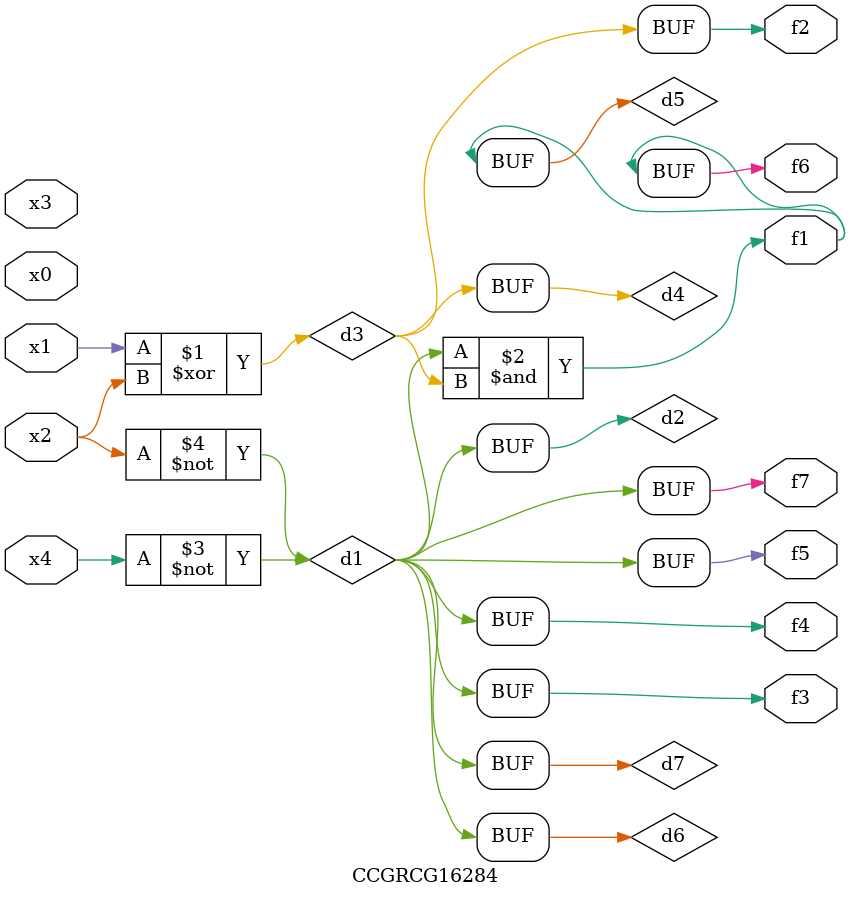
<source format=v>
module CCGRCG16284(
	input x0, x1, x2, x3, x4,
	output f1, f2, f3, f4, f5, f6, f7
);

	wire d1, d2, d3, d4, d5, d6, d7;

	not (d1, x4);
	not (d2, x2);
	xor (d3, x1, x2);
	buf (d4, d3);
	and (d5, d1, d3);
	buf (d6, d1, d2);
	buf (d7, d2);
	assign f1 = d5;
	assign f2 = d4;
	assign f3 = d7;
	assign f4 = d7;
	assign f5 = d7;
	assign f6 = d5;
	assign f7 = d7;
endmodule

</source>
